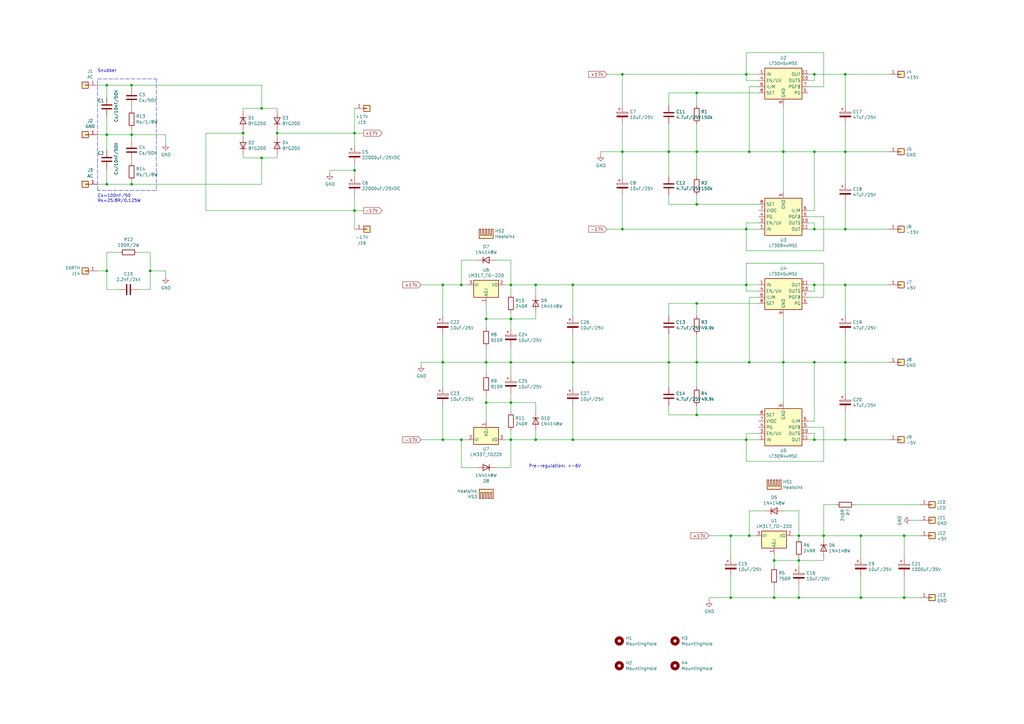
<source format=kicad_sch>
(kicad_sch (version 20250114) (generator "eeschema") (generator_version "9.0")
  (paper "A3")
  (title_block (title "DAC Power Supply Unit") (date "2022-04-20") (rev "V3"))
  (text "Snubber" (at 40.005 29.845 0) (effects (font (size 1.27 1.27)) (justify left bottom)))
  (text "Cs=100nF/50\nRs=25.8R/0.125W" (at 40.005 83.185 0) (effects (font (size 1.27 1.27)) (justify left bottom)))
  (text "Pre-regulation: +-6V" (at 227.584 191.262 0) (effects (font (size 1.27 1.27))))
  (junction (at 43.815 75.565))
  (junction (at 346.71 116.84))
  (junction (at 61.595 111.125))
  (junction (at 181.61 148.59))
  (junction (at 306.07 30.48))
  (junction (at 321.31 148.59))
  (junction (at 285.75 124.46))
  (junction (at 145.415 69.85))
  (junction (at 199.39 148.59))
  (junction (at 334.01 62.23))
  (junction (at 285.75 62.23))
  (junction (at 189.23 180.34))
  (junction (at 334.01 93.98))
  (junction (at 299.72 219.71))
  (junction (at 285.75 148.59))
  (junction (at 307.34 148.59))
  (junction (at 334.01 30.48))
  (junction (at 285.75 38.1))
  (junction (at 145.415 86.36))
  (junction (at 99.695 54.61))
  (junction (at 234.95 180.34))
  (junction (at 209.55 165.1))
  (junction (at 307.34 62.23))
  (junction (at 209.55 180.34))
  (junction (at 53.975 75.565))
  (junction (at 306.07 180.34))
  (junction (at 199.39 130.81))
  (junction (at 255.27 93.98))
  (junction (at 285.75 170.18))
  (junction (at 317.5 245.11))
  (junction (at 274.32 148.59))
  (junction (at 370.84 245.11))
  (junction (at 113.665 54.61))
  (junction (at 306.07 116.84))
  (junction (at 53.975 34.925))
  (junction (at 43.815 55.245))
  (junction (at 181.61 116.84))
  (junction (at 274.32 62.23))
  (junction (at 234.95 148.59))
  (junction (at 199.39 165.1))
  (junction (at 306.07 93.98))
  (junction (at 321.31 62.23))
  (junction (at 255.27 30.48))
  (junction (at 255.27 62.23))
  (junction (at 234.95 116.84))
  (junction (at 219.71 116.84))
  (junction (at 346.71 93.98))
  (junction (at 107.315 64.77))
  (junction (at 219.71 180.34))
  (junction (at 334.01 148.59))
  (junction (at 299.72 245.11))
  (junction (at 43.815 111.125))
  (junction (at 346.71 148.59))
  (junction (at 53.975 55.245))
  (junction (at 145.415 54.61))
  (junction (at 209.55 116.84))
  (junction (at 43.815 34.925))
  (junction (at 209.55 130.81))
  (junction (at 334.01 116.84))
  (junction (at 285.75 83.82))
  (junction (at 346.71 180.34))
  (junction (at 307.34 219.71))
  (junction (at 317.5 229.87))
  (junction (at 327.66 219.71))
  (junction (at 346.71 30.48))
  (junction (at 334.01 180.34))
  (junction (at 107.315 44.45))
  (junction (at 346.71 62.23))
  (junction (at 189.23 116.84))
  (junction (at 181.61 180.34))
  (junction (at 353.06 219.71))
  (junction (at 370.84 219.71))
  (junction (at 209.55 148.59))
  (junction (at 327.66 245.11))
  (junction (at 353.06 245.11))
  (junction (at 327.66 229.87))
  (junction (at 337.82 219.71))
  (wire (pts (xy 209.55 148.59) (xy 234.95 148.59)))
  (wire (pts (xy 199.39 161.29) (xy 199.39 165.1)))
  (wire (pts (xy 107.315 34.925) (xy 53.975 34.925)))
  (wire (pts (xy 189.23 106.68) (xy 189.23 116.84)))
  (wire (pts (xy 172.72 180.34) (xy 181.61 180.34)))
  (wire (pts (xy 248.92 30.48) (xy 255.27 30.48)))
  (wire (pts (xy 327.66 229.87) (xy 327.66 232.41)))
  (wire (pts (xy 337.82 88.9) (xy 337.82 102.87)))
  (wire (pts (xy 346.71 93.98) (xy 364.49 93.98)))
  (wire (pts (xy 327.66 209.55) (xy 321.31 209.55)))
  (wire (pts (xy 307.34 219.71) (xy 309.88 219.71)))
  (wire (pts (xy 199.39 165.1) (xy 209.55 165.1)))
  (wire (pts (xy 306.07 33.02) (xy 306.07 30.48)))
  (wire (pts (xy 285.75 43.18) (xy 285.75 38.1)))
  (wire (pts (xy 334.01 116.84) (xy 331.47 116.84)))
  (wire (pts (xy 285.75 62.23) (xy 307.34 62.23)))
  (wire (pts (xy 325.12 219.71) (xy 327.66 219.71)))
  (wire (pts (xy 246.38 63.5) (xy 246.38 62.23)))
  (wire (pts (xy 317.5 232.41) (xy 317.5 229.87)))
  (wire (pts (xy 334.01 33.02) (xy 334.01 30.48)))
  (wire (pts (xy 313.69 209.55) (xy 307.34 209.55)))
  (wire (pts (xy 353.06 245.11) (xy 370.84 245.11)))
  (wire (pts (xy 307.34 121.92) (xy 307.34 148.59)))
  (wire (pts (xy 113.665 45.72) (xy 113.665 44.45)))
  (polyline (pts (xy 64.135 78.105) (xy 40.005 78.105)) (stroke (width 0) (type dash)))
  (wire (pts (xy 209.55 134.62) (xy 209.55 130.81)))
  (wire (pts (xy 181.61 180.34) (xy 189.23 180.34)))
  (wire (pts (xy 53.975 55.245) (xy 67.945 55.245)))
  (wire (pts (xy 219.71 130.81) (xy 209.55 130.81)))
  (wire (pts (xy 331.47 86.36) (xy 334.01 86.36)))
  (wire (pts (xy 285.75 124.46) (xy 311.15 124.46)))
  (wire (pts (xy 53.975 34.925) (xy 43.815 34.925)))
  (wire (pts (xy 285.75 38.1) (xy 311.15 38.1)))
  (wire (pts (xy 306.07 21.59) (xy 306.07 30.48)))
  (wire (pts (xy 43.815 55.245) (xy 53.975 55.245)))
  (wire (pts (xy 209.55 130.81) (xy 209.55 128.27)))
  (wire (pts (xy 255.27 30.48) (xy 255.27 43.18)))
  (wire (pts (xy 181.61 158.75) (xy 181.61 148.59)))
  (wire (pts (xy 53.975 57.785) (xy 53.975 55.245)))
  (wire (pts (xy 99.695 54.61) (xy 84.455 54.61)))
  (wire (pts (xy 209.55 191.77) (xy 209.55 180.34)))
  (wire (pts (xy 53.975 36.195) (xy 53.975 34.925)))
  (wire (pts (xy 311.15 177.8) (xy 306.07 177.8)))
  (polyline (pts (xy 40.005 78.105) (xy 40.005 32.385)) (stroke (width 0) (type dash)))
  (wire (pts (xy 377.19 213.36) (xy 373.38 213.36)))
  (wire (pts (xy 334.01 93.98) (xy 346.71 93.98)))
  (wire (pts (xy 306.07 119.38) (xy 306.07 116.84)))
  (wire (pts (xy 172.72 116.84) (xy 181.61 116.84)))
  (wire (pts (xy 317.5 245.11) (xy 327.66 245.11)))
  (wire (pts (xy 107.315 34.925) (xy 107.315 44.45)))
  (wire (pts (xy 285.75 38.1) (xy 274.32 38.1)))
  (wire (pts (xy 181.61 166.37) (xy 181.61 180.34)))
  (wire (pts (xy 234.95 116.84) (xy 306.07 116.84)))
  (wire (pts (xy 43.815 34.925) (xy 40.005 34.925)))
  (wire (pts (xy 346.71 82.55) (xy 346.71 93.98)))
  (wire (pts (xy 346.71 168.91) (xy 346.71 180.34)))
  (wire (pts (xy 113.665 54.61) (xy 145.415 54.61)))
  (wire (pts (xy 331.47 180.34) (xy 334.01 180.34)))
  (wire (pts (xy 53.975 55.245) (xy 53.975 52.705)))
  (wire (pts (xy 317.5 245.11) (xy 317.5 240.03)))
  (wire (pts (xy 337.82 219.71) (xy 337.82 220.98)))
  (wire (pts (xy 53.975 75.565) (xy 53.975 74.295)))
  (wire (pts (xy 209.55 180.34) (xy 219.71 180.34)))
  (wire (pts (xy 307.34 209.55) (xy 307.34 219.71)))
  (wire (pts (xy 285.75 148.59) (xy 307.34 148.59)))
  (wire (pts (xy 274.32 158.75) (xy 274.32 148.59)))
  (wire (pts (xy 353.06 228.6) (xy 353.06 219.71)))
  (wire (pts (xy 219.71 116.84) (xy 234.95 116.84)))
  (wire (pts (xy 145.415 80.01) (xy 145.415 86.36)))
  (wire (pts (xy 255.27 30.48) (xy 306.07 30.48)))
  (wire (pts (xy 285.75 129.54) (xy 285.75 124.46)))
  (wire (pts (xy 189.23 180.34) (xy 191.77 180.34)))
  (wire (pts (xy 43.815 103.505) (xy 48.895 103.505)))
  (wire (pts (xy 311.15 121.92) (xy 307.34 121.92)))
  (wire (pts (xy 311.15 30.48) (xy 306.07 30.48)))
  (wire (pts (xy 135.255 71.12) (xy 135.255 69.85)))
  (wire (pts (xy 317.5 229.87) (xy 327.66 229.87)))
  (wire (pts (xy 234.95 148.59) (xy 274.32 148.59)))
  (wire (pts (xy 189.23 116.84) (xy 191.77 116.84)))
  (wire (pts (xy 311.15 119.38) (xy 306.07 119.38)))
  (wire (pts (xy 306.07 102.87) (xy 306.07 93.98)))
  (wire (pts (xy 337.82 121.92) (xy 337.82 107.95)))
  (wire (pts (xy 145.415 59.69) (xy 145.415 54.61)))
  (wire (pts (xy 43.815 61.595) (xy 43.815 55.245)))
  (wire (pts (xy 248.92 93.98) (xy 255.27 93.98)))
  (wire (pts (xy 43.815 69.215) (xy 43.815 75.565)))
  (polyline (pts (xy 64.135 32.385) (xy 64.135 78.105)) (stroke (width 0) (type dash)))
  (wire (pts (xy 299.72 245.11) (xy 299.72 236.22)))
  (wire (pts (xy 209.55 142.24) (xy 209.55 148.59)))
  (wire (pts (xy 285.75 50.8) (xy 285.75 62.23)))
  (wire (pts (xy 84.455 54.61) (xy 84.455 86.36)))
  (wire (pts (xy 299.72 219.71) (xy 307.34 219.71)))
  (wire (pts (xy 334.01 62.23) (xy 346.71 62.23)))
  (wire (pts (xy 337.82 228.6) (xy 337.82 229.87)))
  (wire (pts (xy 43.815 47.625) (xy 43.815 55.245)))
  (wire (pts (xy 337.82 207.01) (xy 342.9 207.01)))
  (wire (pts (xy 306.07 107.95) (xy 306.07 116.84)))
  (wire (pts (xy 327.66 228.6) (xy 327.66 229.87)))
  (wire (pts (xy 43.815 111.125) (xy 43.815 103.505)))
  (wire (pts (xy 331.47 119.38) (xy 334.01 119.38)))
  (wire (pts (xy 255.27 72.39) (xy 255.27 62.23)))
  (wire (pts (xy 307.34 35.56) (xy 307.34 62.23)))
  (wire (pts (xy 255.27 93.98) (xy 306.07 93.98)))
  (wire (pts (xy 207.01 180.34) (xy 209.55 180.34)))
  (wire (pts (xy 145.415 86.36) (xy 145.415 93.98)))
  (wire (pts (xy 334.01 180.34) (xy 346.71 180.34)))
  (wire (pts (xy 40.005 111.125) (xy 43.815 111.125)))
  (wire (pts (xy 285.75 148.59) (xy 274.32 148.59)))
  (wire (pts (xy 255.27 80.01) (xy 255.27 93.98)))
  (wire (pts (xy 199.39 124.46) (xy 199.39 130.81)))
  (wire (pts (xy 99.695 54.61) (xy 99.695 53.34)))
  (wire (pts (xy 219.71 128.27) (xy 219.71 130.81)))
  (wire (pts (xy 306.07 189.23) (xy 306.07 180.34)))
  (wire (pts (xy 321.31 129.54) (xy 321.31 148.59)))
  (wire (pts (xy 370.84 236.22) (xy 370.84 245.11)))
  (wire (pts (xy 285.75 170.18) (xy 311.15 170.18)))
  (wire (pts (xy 274.32 38.1) (xy 274.32 43.18)))
  (wire (pts (xy 113.665 55.88) (xy 113.665 54.61)))
  (wire (pts (xy 346.71 180.34) (xy 364.49 180.34)))
  (wire (pts (xy 107.315 75.565) (xy 53.975 75.565)))
  (wire (pts (xy 67.945 113.665) (xy 67.945 111.125)))
  (wire (pts (xy 274.32 50.8) (xy 274.32 62.23)))
  (wire (pts (xy 377.19 245.11) (xy 370.84 245.11)))
  (wire (pts (xy 317.5 229.87) (xy 317.5 227.33)))
  (wire (pts (xy 285.75 166.37) (xy 285.75 170.18)))
  (wire (pts (xy 331.47 91.44) (xy 334.01 91.44)))
  (wire (pts (xy 61.595 103.505) (xy 56.515 103.505)))
  (wire (pts (xy 274.32 72.39) (xy 274.32 62.23)))
  (wire (pts (xy 285.75 62.23) (xy 274.32 62.23)))
  (wire (pts (xy 207.01 116.84) (xy 209.55 116.84)))
  (wire (pts (xy 337.82 219.71) (xy 337.82 207.01)))
  (wire (pts (xy 172.72 149.86) (xy 172.72 148.59)))
  (wire (pts (xy 337.82 35.56) (xy 337.82 21.59)))
  (wire (pts (xy 145.415 69.85) (xy 145.415 67.31)))
  (wire (pts (xy 195.58 191.77) (xy 189.23 191.77)))
  (wire (pts (xy 199.39 172.72) (xy 199.39 165.1)))
  (wire (pts (xy 307.34 148.59) (xy 321.31 148.59)))
  (wire (pts (xy 321.31 62.23) (xy 334.01 62.23)))
  (wire (pts (xy 364.49 148.59) (xy 346.71 148.59)))
  (wire (pts (xy 113.665 64.77) (xy 113.665 63.5)))
  (wire (pts (xy 306.07 93.98) (xy 311.15 93.98)))
  (wire (pts (xy 274.32 80.01) (xy 274.32 83.82)))
  (wire (pts (xy 353.06 236.22) (xy 353.06 245.11)))
  (wire (pts (xy 107.315 44.45) (xy 99.695 44.45)))
  (wire (pts (xy 346.71 30.48) (xy 334.01 30.48)))
  (wire (pts (xy 274.32 137.16) (xy 274.32 148.59)))
  (wire (pts (xy 219.71 165.1) (xy 219.71 168.91)))
  (wire (pts (xy 337.82 229.87) (xy 327.66 229.87)))
  (wire (pts (xy 331.47 121.92) (xy 337.82 121.92)))
  (wire (pts (xy 337.82 219.71) (xy 353.06 219.71)))
  (wire (pts (xy 290.83 245.11) (xy 299.72 245.11)))
  (wire (pts (xy 255.27 62.23) (xy 255.27 50.8)))
  (wire (pts (xy 56.515 118.745) (xy 61.595 118.745)))
  (wire (pts (xy 327.66 219.71) (xy 327.66 209.55)))
  (wire (pts (xy 195.58 106.68) (xy 189.23 106.68)))
  (wire (pts (xy 331.47 93.98) (xy 334.01 93.98)))
  (wire (pts (xy 337.82 189.23) (xy 306.07 189.23)))
  (wire (pts (xy 350.52 207.01) (xy 377.19 207.01)))
  (wire (pts (xy 346.71 116.84) (xy 346.71 129.54)))
  (wire (pts (xy 364.49 62.23) (xy 346.71 62.23)))
  (wire (pts (xy 285.75 158.75) (xy 285.75 148.59)))
  (wire (pts (xy 334.01 177.8) (xy 334.01 180.34)))
  (wire (pts (xy 113.665 54.61) (xy 113.665 53.34)))
  (wire (pts (xy 327.66 245.11) (xy 327.66 240.03)))
  (wire (pts (xy 327.66 245.11) (xy 353.06 245.11)))
  (wire (pts (xy 181.61 148.59) (xy 199.39 148.59)))
  (wire (pts (xy 321.31 78.74) (xy 321.31 62.23)))
  (wire (pts (xy 290.83 246.38) (xy 290.83 245.11)))
  (wire (pts (xy 331.47 35.56) (xy 337.82 35.56)))
  (wire (pts (xy 199.39 148.59) (xy 209.55 148.59)))
  (wire (pts (xy 290.83 219.71) (xy 299.72 219.71)))
  (wire (pts (xy 246.38 62.23) (xy 255.27 62.23)))
  (wire (pts (xy 346.71 116.84) (xy 334.01 116.84)))
  (wire (pts (xy 53.975 66.675) (xy 53.975 65.405)))
  (wire (pts (xy 346.71 161.29) (xy 346.71 148.59)))
  (wire (pts (xy 274.32 124.46) (xy 274.32 129.54)))
  (wire (pts (xy 346.71 74.93) (xy 346.71 62.23)))
  (wire (pts (xy 331.47 177.8) (xy 334.01 177.8)))
  (wire (pts (xy 337.82 175.26) (xy 337.82 189.23)))
  (wire (pts (xy 346.71 62.23) (xy 346.71 50.8)))
  (wire (pts (xy 99.695 55.88) (xy 99.695 54.61)))
  (wire (pts (xy 209.55 168.91) (xy 209.55 165.1)))
  (wire (pts (xy 285.75 83.82) (xy 274.32 83.82)))
  (wire (pts (xy 53.975 45.085) (xy 53.975 43.815)))
  (wire (pts (xy 203.2 191.77) (xy 209.55 191.77)))
  (wire (pts (xy 299.72 245.11) (xy 317.5 245.11)))
  (wire (pts (xy 285.75 83.82) (xy 311.15 83.82)))
  (wire (pts (xy 255.27 62.23) (xy 274.32 62.23)))
  (wire (pts (xy 61.595 111.125) (xy 61.595 103.505)))
  (wire (pts (xy 306.07 180.34) (xy 311.15 180.34)))
  (wire (pts (xy 285.75 170.18) (xy 274.32 170.18)))
  (wire (pts (xy 40.005 55.245) (xy 43.815 55.245)))
  (wire (pts (xy 334.01 119.38) (xy 334.01 116.84)))
  (wire (pts (xy 209.55 180.34) (xy 209.55 176.53)))
  (wire (pts (xy 149.225 54.61) (xy 145.415 54.61)))
  (wire (pts (xy 321.31 43.18) (xy 321.31 62.23)))
  (wire (pts (xy 181.61 116.84) (xy 181.61 129.54)))
  (wire (pts (xy 181.61 116.84) (xy 189.23 116.84)))
  (wire (pts (xy 285.75 124.46) (xy 274.32 124.46)))
  (wire (pts (xy 346.71 30.48) (xy 346.71 43.18)))
  (wire (pts (xy 274.32 166.37) (xy 274.32 170.18)))
  (wire (pts (xy 199.39 130.81) (xy 199.39 134.62)))
  (wire (pts (xy 149.225 86.36) (xy 145.415 86.36)))
  (wire (pts (xy 209.55 165.1) (xy 209.55 161.29)))
  (wire (pts (xy 337.82 102.87) (xy 306.07 102.87)))
  (wire (pts (xy 234.95 137.16) (xy 234.95 148.59)))
  (wire (pts (xy 84.455 86.36) (xy 145.415 86.36)))
  (wire (pts (xy 234.95 148.59) (xy 234.95 158.75)))
  (wire (pts (xy 370.84 228.6) (xy 370.84 219.71)))
  (wire (pts (xy 327.66 220.98) (xy 327.66 219.71)))
  (wire (pts (xy 145.415 72.39) (xy 145.415 69.85)))
  (wire (pts (xy 209.55 165.1) (xy 219.71 165.1)))
  (wire (pts (xy 209.55 116.84) (xy 219.71 116.84)))
  (wire (pts (xy 209.55 106.68) (xy 203.2 106.68)))
  (wire (pts (xy 107.315 64.77) (xy 107.315 75.565)))
  (wire (pts (xy 209.55 116.84) (xy 209.55 120.65)))
  (wire (pts (xy 107.315 64.77) (xy 113.665 64.77)))
  (wire (pts (xy 321.31 148.59) (xy 334.01 148.59)))
  (wire (pts (xy 209.55 116.84) (xy 209.55 106.68)))
  (wire (pts (xy 346.71 148.59) (xy 346.71 137.16)))
  (wire (pts (xy 353.06 219.71) (xy 370.84 219.71)))
  (wire (pts (xy 285.75 72.39) (xy 285.75 62.23)))
  (wire (pts (xy 135.255 69.85) (xy 145.415 69.85)))
  (wire (pts (xy 219.71 180.34) (xy 234.95 180.34)))
  (wire (pts (xy 199.39 142.24) (xy 199.39 148.59)))
  (wire (pts (xy 306.07 91.44) (xy 306.07 93.98)))
  (wire (pts (xy 331.47 172.72) (xy 334.01 172.72)))
  (wire (pts (xy 219.71 116.84) (xy 219.71 120.65)))
  (wire (pts (xy 311.15 91.44) (xy 306.07 91.44)))
  (wire (pts (xy 364.49 116.84) (xy 346.71 116.84)))
  (wire (pts (xy 99.695 64.77) (xy 107.315 64.77)))
  (wire (pts (xy 43.815 118.745) (xy 43.815 111.125)))
  (wire (pts (xy 209.55 148.59) (xy 209.55 153.67)))
  (wire (pts (xy 234.95 180.34) (xy 306.07 180.34)))
  (wire (pts (xy 219.71 176.53) (xy 219.71 180.34)))
  (wire (pts (xy 334.01 86.36) (xy 334.01 62.23)))
  (wire (pts (xy 334.01 91.44) (xy 334.01 93.98)))
  (wire (pts (xy 234.95 129.54) (xy 234.95 116.84)))
  (wire (pts (xy 199.39 148.59) (xy 199.39 153.67)))
  (wire (pts (xy 189.23 191.77) (xy 189.23 180.34)))
  (wire (pts (xy 172.72 148.59) (xy 181.61 148.59)))
  (wire (pts (xy 337.82 107.95) (xy 306.07 107.95)))
  (wire (pts (xy 67.945 111.125) (xy 61.595 111.125)))
  (wire (pts (xy 311.15 116.84) (xy 306.07 116.84)))
  (wire (pts (xy 99.695 63.5) (xy 99.695 64.77)))
  (wire (pts (xy 48.895 118.745) (xy 43.815 118.745)))
  (wire (pts (xy 337.82 21.59) (xy 306.07 21.59)))
  (wire (pts (xy 334.01 172.72) (xy 334.01 148.59)))
  (wire (pts (xy 285.75 137.16) (xy 285.75 148.59)))
  (wire (pts (xy 311.15 35.56) (xy 307.34 35.56)))
  (wire (pts (xy 299.72 228.6) (xy 299.72 219.71)))
  (wire (pts (xy 311.15 33.02) (xy 306.07 33.02)))
  (wire (pts (xy 234.95 166.37) (xy 234.95 180.34)))
  (wire (pts (xy 307.34 62.23) (xy 321.31 62.23)))
  (wire (pts (xy 334.01 30.48) (xy 331.47 30.48)))
  (wire (pts (xy 43.815 75.565) (xy 53.975 75.565)))
  (wire (pts (xy 334.01 148.59) (xy 346.71 148.59)))
  (wire (pts (xy 331.47 88.9) (xy 337.82 88.9)))
  (wire (pts (xy 43.815 40.005) (xy 43.815 34.925)))
  (wire (pts (xy 113.665 44.45) (xy 107.315 44.45)))
  (wire (pts (xy 181.61 137.16) (xy 181.61 148.59)))
  (wire (pts (xy 327.66 219.71) (xy 337.82 219.71)))
  (wire (pts (xy 209.55 130.81) (xy 199.39 130.81)))
  (wire (pts (xy 61.595 118.745) (xy 61.595 111.125)))
  (wire (pts (xy 306.07 177.8) (xy 306.07 180.34)))
  (wire (pts (xy 99.695 44.45) (xy 99.695 45.72)))
  (wire (pts (xy 364.49 30.48) (xy 346.71 30.48)))
  (wire (pts (xy 331.47 175.26) (xy 337.82 175.26)))
  (wire (pts (xy 145.415 44.45) (xy 145.415 54.61)))
  (wire (pts (xy 40.005 75.565) (xy 43.815 75.565)))
  (polyline (pts (xy 40.005 32.385) (xy 64.135 32.385)) (stroke (width 0) (type dash)))
  (wire (pts (xy 285.75 80.01) (xy 285.75 83.82)))
  (wire (pts (xy 67.945 59.055) (xy 67.945 55.245)))
  (wire (pts (xy 370.84 219.71) (xy 377.19 219.71)))
  (wire (pts (xy 321.31 165.1) (xy 321.31 148.59)))
  (wire (pts (xy 331.47 33.02) (xy 334.01 33.02)))
  (global_label "+17V" (shape input) (at 172.72 116.84 180) (property "Intersheetrefs" "${INTERSHEET_REFS}" (effects (hide yes))))
  (global_label "-17V" (shape input) (at 172.72 180.34 180) (property "Intersheetrefs" "${INTERSHEET_REFS}" (effects (hide yes))))
  (global_label "-17V" (shape output) (at 149.225 86.36 0) (property "Intersheetrefs" "${INTERSHEET_REFS}" (effects (hide yes))))
  (global_label "+17V" (shape input) (at 290.83 219.71 180) (property "Intersheetrefs" "${INTERSHEET_REFS}" (effects (hide yes))))
  (global_label "+17V" (shape output) (at 149.225 54.61 0) (property "Intersheetrefs" "${INTERSHEET_REFS}" (effects (hide yes))))
  (global_label "+17V" (shape input) (at 248.92 30.48 180) (property "Intersheetrefs" "${INTERSHEET_REFS}" (effects (hide yes))))
  (global_label "-17V" (shape input) (at 248.92 93.98 180) (property "Intersheetrefs" "${INTERSHEET_REFS}" (effects (hide yes))))
  (symbol (lib_id "Device:CP") (at 145.415 63.5 0) (unit 1)
    (property "Reference" "C5" (at 148.4122 62.3316 0) (effects (justify left)))
    (property "Value" "22000uF/25VDC" (at 148.4122 64.643 0) (effects (justify left)))
    (property "Footprint" "Capacitor_THT:CP_Radial_D35.0mm_P10.00mm_SnapIn" (effects (hide yes)))
    (property "Datasheet" "https://www.nichicon.co.jp/english/products/pdfs/e-lgy.pdf" (effects (hide yes)))
    (property "manf#" "LGY1E223MELB45" (effects (hide yes)))
  )
  (symbol (lib_id "Regulator_Linear:LM317_TO-220") (at 199.39 116.84 0) (unit 1)
    (property "Reference" "U6" (at 199.39 110.6932 0))
    (property "Value" "LM317_TO-220" (at 199.39 113.0046 0))
    (property "Footprint" "Package_TO_SOT_THT:TO-220-3_Vertical" (effects (hide yes)))
    (property "Datasheet" "http://www.ti.com/lit/ds/symlink/lm317.pdf" (effects (hide yes)))
    (property "manf#" "LM317T" (effects (hide yes)))
  )
  (symbol (lib_id "Device:R") (at 199.39 138.43 0) (unit 1)
    (property "Reference" "R8" (at 201.168 137.2616 0) (effects (justify left)))
    (property "Value" "910R" (at 201.168 139.573 0) (effects (justify left)))
    (property "Footprint" "Resistor_SMD:R_0603_1608Metric_Pad0.98x0.95mm_HandSolder" (effects (hide yes)))
    (property "Datasheet" "https://www.yageo.com/upload/media/product/productsearch/datasheet/rchip/PYu-RT_1-to-0.01_RoHS_L_12.pdf" (effects (hide yes)))
    (property "manf#" "RT0603FRE07910RL" (effects (hide yes)))
  )
  (symbol (lib_id "Device:R") (at 209.55 124.46 0) (unit 1)
    (property "Reference" "R10" (at 211.328 123.2916 0) (effects (justify left)))
    (property "Value" "240R" (at 211.328 125.603 0) (effects (justify left)))
    (property "Footprint" "Resistor_SMD:R_0603_1608Metric_Pad0.98x0.95mm_HandSolder" (effects (hide yes)))
    (property "Datasheet" "https://www.yageo.com/upload/media/product/productsearch/datasheet/rchip/PYu-RT_1-to-0.01_RoHS_L_12.pdf" (effects (hide yes)))
    (property "manf#" "RT0603FRE07240RL" (effects (hide yes)))
  )
  (symbol (lib_id "Diode:1N4007") (at 199.39 106.68 0) (unit 1)
    (property "Reference" "D7" (at 199.39 101.1682 0))
    (property "Value" "1N4148W" (at 199.39 103.4796 0))
    (property "Footprint" "Diode_SMD:D_SOD-123" (effects (hide yes)))
    (property "Datasheet" "https://www.diodes.com/assets/Datasheets/ds30086.pdf" (effects (hide yes)))
    (property "manf#" "1N4148W-7-F" (effects (hide yes)))
  )
  (symbol (lib_id "Diode:1N4007") (at 219.71 124.46 270) (unit 1)
    (property "Reference" "D9" (at 221.742 123.2916 90) (effects (justify left)))
    (property "Value" "1N4148W" (at 221.742 125.603 90) (effects (justify left)))
    (property "Footprint" "Diode_SMD:D_SOD-123" (effects (hide yes)))
    (property "Datasheet" "https://www.diodes.com/assets/Datasheets/ds30086.pdf" (effects (hide yes)))
    (property "manf#" "1N4148W-7-F" (effects (hide yes)))
  )
  (symbol (lib_id "Mechanical:Heatsink") (at 199.39 97.79 0) (unit 1)
    (property "Reference" "HS2" (at 202.9968 94.7166 0) (effects (justify left)))
    (property "Value" "Heatsink" (at 202.9968 97.028 0) (effects (justify left)))
    (property "Footprint" "Heatsink:Heatsink_Fischer_SK104-STC-STIC_35x13mm_2xDrill2.5mm" (effects (hide yes)))
    (property "Datasheet" "https://media.digikey.com/pdf/Data%20Sheets/Wakefield%20Thermal%20PDFs/634%20Heat%20Sinks.pdf" (effects (hide yes)))
    (property "manf#" "637-15ABPE" (effects (hide yes)))
  )
  (symbol (lib_id "Device:CP") (at 181.61 133.35 0) (unit 1)
    (property "Reference" "C22" (at 184.6072 132.1816 0) (effects (justify left)))
    (property "Value" "10uF/25V" (at 184.6072 134.493 0) (effects (justify left)))
    (property "Footprint" "Capacitor_Tantalum_SMD:CP_EIA-3528-21_Kemet-B_Pad1.50x2.35mm_HandSolder" (effects (hide yes)))
    (property "Datasheet" "https://datasheets.avx.com/TCJ.pdf" (effects (hide yes)))
    (property "manf#" "TCJB106M025R0100" (effects (hide yes)))
  )
  (symbol (lib_id "Device:CP") (at 209.55 138.43 0) (unit 1)
    (property "Reference" "C24" (at 212.5472 137.2616 0) (effects (justify left)))
    (property "Value" "10uF/25V" (at 212.5472 139.573 0) (effects (justify left)))
    (property "Footprint" "Capacitor_Tantalum_SMD:CP_EIA-3528-21_Kemet-B_Pad1.50x2.35mm_HandSolder" (effects (hide yes)))
    (property "Datasheet" "https://datasheets.avx.com/TCJ.pdf" (effects (hide yes)))
    (property "manf#" "TCJB106M025R0100" (effects (hide yes)))
  )
  (symbol (lib_id "Device:CP") (at 234.95 133.35 0) (unit 1)
    (property "Reference" "C26" (at 237.9472 132.1816 0) (effects (justify left)))
    (property "Value" "10uF/25V" (at 237.9472 134.493 0) (effects (justify left)))
    (property "Footprint" "Capacitor_Tantalum_SMD:CP_EIA-3528-21_Kemet-B_Pad1.50x2.35mm_HandSolder" (effects (hide yes)))
    (property "Datasheet" "https://datasheets.avx.com/TCJ.pdf" (effects (hide yes)))
    (property "manf#" "TCJB106M025R0100" (effects (hide yes)))
  )
  (symbol (lib_id "power:GND") (at 172.72 149.86 0) (unit 1)
    (property "Reference" "#PWR0105" (effects (hide yes)))
    (property "Value" "GND" (at 172.847 154.2542 0))
  )
  (symbol (lib_id "power:GND") (at 135.255 71.12 0) (unit 1)
    (property "Reference" "#PWR0102" (effects (hide yes)))
    (property "Value" "GND" (at 135.382 75.5142 0))
  )
  (symbol (lib_id "Device:C") (at 52.705 118.745 270) (unit 1)
    (property "Reference" "C10" (at 52.705 112.3442 90))
    (property "Value" "2.2nF/2kV" (at 52.705 114.6556 90))
    (property "Footprint" "Capacitor_THT:C_Rect_L18.0mm_W5.0mm_P15.00mm_FKS3_FKP3" (effects (hide yes)))
    (property "Datasheet" "https://product.tdk.com/info/en/documents/data_sheet/20/20/db/fc_2009/MKP_B32671L_672L.pdf?ref_disty=digikey" (effects (hide yes)))
    (property "manf#" "B32672L8222J000" (effects (hide yes)))
  )
  (symbol (lib_id "Device:R") (at 52.705 103.505 270) (unit 1)
    (property "Reference" "R12" (at 52.705 98.2472 90))
    (property "Value" "100R/2W" (at 52.705 100.5586 90))
    (property "Footprint" "Resistor_THT:R_Axial_DIN0411_L9.9mm_D3.6mm_P15.24mm_Horizontal" (effects (hide yes)))
    (property "Datasheet" "https://www.yageo.com/upload/media/product/products/datasheet/lr/Yageo_LR_FMP_1.pdf" (effects (hide yes)))
    (property "manf#" "FMP200JR-52-100R" (effects (hide yes)))
  )
  (symbol (lib_id "Connector_Generic:Conn_01x01") (at 34.925 111.125 180) (unit 1)
    (property "Reference" "J14" (at 32.893 112.1918 0) (effects (justify left)))
    (property "Value" "EARTH" (at 32.893 109.8804 0) (effects (justify left)))
    (property "Footprint" "Connector_Pin:Pin_D1.3mm_L11.0mm" (effects (hide yes)))
    (property "Datasheet" "https://www.reichelt.com/ch/de/loetnaegel-1-3mm-100-er-pack-rtm-1-3-100-p15319.html?&trstct=pos_0&nbc=1" (effects (hide yes)))
  )
  (symbol (lib_id "Device:CP") (at 299.72 232.41 0) (unit 1)
    (property "Reference" "C15" (at 302.7172 231.2416 0) (effects (justify left)))
    (property "Value" "10uF/25V" (at 302.7172 233.553 0) (effects (justify left)))
    (property "Footprint" "Capacitor_Tantalum_SMD:CP_EIA-3528-21_Kemet-B_Pad1.50x2.35mm_HandSolder" (effects (hide yes)))
    (property "Datasheet" "https://datasheets.avx.com/TCJ.pdf" (effects (hide yes)))
    (property "manf#" "TCJB106M025R0100" (effects (hide yes)))
  )
  (symbol (lib_id "Device:R") (at 285.75 46.99 0) (unit 1)
    (property "Reference" "R1" (at 287.528 45.8216 0) (effects (justify left)))
    (property "Value" "150k" (at 287.528 48.133 0) (effects (justify left)))
    (property "Footprint" "Resistor_SMD:R_0603_1608Metric_Pad0.98x0.95mm_HandSolder" (effects (hide yes)))
    (property "Datasheet" "https://www.yageo.com/upload/media/product/productsearch/datasheet/rchip/PYu-RT_1-to-0.01_RoHS_L_12.pdf" (effects (hide yes)))
    (property "manf#" "RT0603FRE07150KL" (effects (hide yes)))
  )
  (symbol (lib_id "Connector_Generic:Conn_01x01") (at 369.57 62.23 0) (unit 1)
    (property "Reference" "J5" (at 371.602 61.1632 0) (effects (justify left)))
    (property "Value" "GND" (at 371.602 63.4746 0) (effects (justify left)))
    (property "Footprint" "Connector_Pin:Pin_D1.0mm_L10.0mm" (effects (hide yes)))
    (property "Datasheet" "https://www.reichelt.com/ch/de/loetnaegel-1mm-100-er-pack-rtm-1-100-p15321.html?search=RTM+1-10&&r=1" (effects (hide yes)))
  )
  (symbol (lib_id "Connector_Generic:Conn_01x01") (at 369.57 30.48 0) (unit 1)
    (property "Reference" "J4" (at 371.602 29.4132 0) (effects (justify left)))
    (property "Value" "+15V" (at 371.602 31.7246 0) (effects (justify left)))
    (property "Footprint" "Connector_Pin:Pin_D1.0mm_L10.0mm" (effects (hide yes)))
    (property "Datasheet" "https://www.reichelt.com/ch/de/loetnaegel-1mm-100-er-pack-rtm-1-100-p15321.html?search=RTM+1-10&&r=1" (effects (hide yes)))
  )
  (symbol (lib_id "Connector_Generic:Conn_01x01") (at 369.57 93.98 0) (unit 1)
    (property "Reference" "J6" (at 371.602 92.9132 0) (effects (justify left)))
    (property "Value" "-15V" (at 371.602 95.2246 0) (effects (justify left)))
    (property "Footprint" "Connector_Pin:Pin_D1.0mm_L10.0mm" (effects (hide yes)))
    (property "Datasheet" "https://www.reichelt.com/ch/de/loetnaegel-1mm-100-er-pack-rtm-1-100-p15321.html?search=RTM+1-10&&r=1" (effects (hide yes)))
  )
  (symbol (lib_id "Regulator_Linear:LT3045xMSE") (at 321.31 33.02 0) (unit 1)
    (property "Reference" "U2" (at 321.31 23.6982 0))
    (property "Value" "LT3045xMSE" (at 321.31 26.0096 0))
    (property "Footprint" "Package_SO:MSOP-12-1EP_3x4mm_P0.65mm_EP1.65x2.85mm" (effects (hide yes)))
    (property "Datasheet" "https://www.analog.com/media/en/technical-documentation/data-sheets/3045fa.pdf" (effects (hide yes)))
    (property "manf#" "LT3045EMSE#PBF" (effects (hide yes)))
  )
  (symbol (lib_id "Device:R") (at 285.75 76.2 0) (unit 1)
    (property "Reference" "R2" (at 287.528 75.0316 0) (effects (justify left)))
    (property "Value" "150k" (at 287.528 77.343 0) (effects (justify left)))
    (property "Footprint" "Resistor_SMD:R_0603_1608Metric_Pad0.98x0.95mm_HandSolder" (effects (hide yes)))
    (property "Datasheet" "https://www.yageo.com/upload/media/product/productsearch/datasheet/rchip/PYu-RT_1-to-0.01_RoHS_L_12.pdf" (effects (hide yes)))
    (property "manf#" "RT0603FRE07150KL" (effects (hide yes)))
  )
  (symbol (lib_id "Regulator_Linear:LT3094xMSE") (at 321.31 88.9 0) (mirror x) (unit 1)
    (property "Reference" "U3" (at 321.31 98.425 0))
    (property "Value" "LT3094xMSE" (at 321.31 100.7364 0))
    (property "Footprint" "Package_SO:MSOP-12-1EP_3x4mm_P0.65mm_EP1.65x2.85mm" (effects (hide yes)))
    (property "Datasheet" "https://www.analog.com/media/en/technical-documentation/data-sheets/LT3094.pdf" (effects (hide yes)))
    (property "manf#" "LT3094IMSE#PBF" (effects (hide yes)))
  )
  (symbol (lib_id "Device:CP") (at 346.71 46.99 0) (unit 1)
    (property "Reference" "C17" (at 349.7072 45.8216 0) (effects (justify left)))
    (property "Value" "47uF/25V" (at 349.7072 48.133 0) (effects (justify left)))
    (property "Footprint" "Capacitor_Tantalum_SMD:CP_EIA-7343-31_Kemet-D_Pad2.25x2.55mm_HandSolder" (effects (hide yes)))
    (property "Datasheet" "https://content.kemet.com/datasheets/KEM_T2076_T52X-530.pdf" (effects (hide yes)))
    (property "manf#" "T521D476M025ATE065" (effects (hide yes)))
  )
  (symbol (lib_id "Device:CP") (at 346.71 78.74 0) (unit 1)
    (property "Reference" "C18" (at 349.7072 77.5716 0) (effects (justify left)))
    (property "Value" "47uF/25V" (at 349.7072 79.883 0) (effects (justify left)))
    (property "Footprint" "Capacitor_Tantalum_SMD:CP_EIA-7343-31_Kemet-D_Pad2.25x2.55mm_HandSolder" (effects (hide yes)))
    (property "Datasheet" "https://content.kemet.com/datasheets/KEM_T2076_T52X-530.pdf" (effects (hide yes)))
    (property "manf#" "T521D476M025ATE065" (effects (hide yes)))
  )
  (symbol (lib_id "Device:D") (at 99.695 49.53 270) (unit 1)
    (property "Reference" "D1" (at 101.727 48.3616 90) (effects (justify left)))
    (property "Value" "BYG20D" (at 101.727 50.673 90) (effects (justify left)))
    (property "Footprint" "Diode_SMD:D_SMA_Handsoldering" (effects (hide yes)))
    (property "Datasheet" "https://www.vishay.com/docs/88958/byg20d.pdf" (effects (hide yes)))
    (property "manf#" "BYG20D-E3/TR" (effects (hide yes)))
  )
  (symbol (lib_id "Device:D") (at 99.695 59.69 90) (unit 1)
    (property "Reference" "D2" (at 101.727 58.5216 90) (effects (justify right)))
    (property "Value" "BYG20D" (at 101.727 60.833 90) (effects (justify right)))
    (property "Footprint" "Diode_SMD:D_SMA_Handsoldering" (effects (hide yes)))
    (property "Datasheet" "https://www.vishay.com/docs/88958/byg20d.pdf" (effects (hide yes)))
    (property "manf#" "BYG20D-E3/TR" (effects (hide yes)))
  )
  (symbol (lib_id "Device:D") (at 113.665 49.53 90) (unit 1)
    (property "Reference" "D3" (at 115.697 48.3616 90) (effects (justify right)))
    (property "Value" "BYG20D" (at 115.697 50.673 90) (effects (justify right)))
    (property "Footprint" "Diode_SMD:D_SMA_Handsoldering" (effects (hide yes)))
    (property "Datasheet" "https://www.vishay.com/docs/88958/byg20d.pdf" (effects (hide yes)))
    (property "manf#" "BYG20D-E3/TR" (effects (hide yes)))
  )
  (symbol (lib_id "Device:D") (at 113.665 59.69 270) (unit 1)
    (property "Reference" "D4" (at 115.697 58.5216 90) (effects (justify left)))
    (property "Value" "BYG20D" (at 115.697 60.833 90) (effects (justify left)))
    (property "Footprint" "Diode_SMD:D_SMA_Handsoldering" (effects (hide yes)))
    (property "Datasheet" "https://www.vishay.com/docs/88958/byg20d.pdf" (effects (hide yes)))
    (property "manf#" "BYG20D-E3/TR" (effects (hide yes)))
  )
  (symbol (lib_id "Regulator_Linear:LM337_TO220") (at 199.39 180.34 0) (unit 1)
    (property "Reference" "U7" (at 199.39 184.1246 0))
    (property "Value" "LM337_TO220" (at 199.39 186.436 0))
    (property "Footprint" "Package_TO_SOT_THT:TO-220-3_Vertical" (effects (hide yes)))
    (property "Datasheet" "http://www.ti.com/lit/ds/symlink/lm337-n.pdf" (effects (hide yes)))
    (property "manf#" "LM337T/NOPB" (effects (hide yes)))
  )
  (symbol (lib_id "Device:CP") (at 327.66 236.22 0) (unit 1)
    (property "Reference" "C16" (at 330.6572 235.0516 0) (effects (justify left)))
    (property "Value" "10uF/25V" (at 330.6572 237.363 0) (effects (justify left)))
    (property "Footprint" "Capacitor_Tantalum_SMD:CP_EIA-3528-21_Kemet-B_Pad1.50x2.35mm_HandSolder" (effects (hide yes)))
    (property "Datasheet" "https://datasheets.avx.com/TCJ.pdf" (effects (hide yes)))
    (property "manf#" "TCJB106M025R0100" (effects (hide yes)))
  )
  (symbol (lib_id "Mechanical:MountingHole") (at 254 262.89 0) (unit 1)
    (property "Reference" "H1" (at 256.54 261.7216 0) (effects (justify left)))
    (property "Value" "MountingHole" (at 256.54 264.033 0) (effects (justify left)))
    (property "Footprint" "MountingHole:MountingHole_3.2mm_M3" (effects (hide yes)))
  )
  (symbol (lib_id "Mechanical:MountingHole") (at 276.86 262.89 0) (unit 1)
    (property "Reference" "H3" (at 279.4 261.7216 0) (effects (justify left)))
    (property "Value" "MountingHole" (at 279.4 264.033 0) (effects (justify left)))
    (property "Footprint" "MountingHole:MountingHole_3.2mm_M3" (effects (hide yes)))
  )
  (symbol (lib_id "Mechanical:MountingHole") (at 254 273.05 0) (unit 1)
    (property "Reference" "H2" (at 256.54 271.8816 0) (effects (justify left)))
    (property "Value" "MountingHole" (at 256.54 274.193 0) (effects (justify left)))
    (property "Footprint" "MountingHole:MountingHole_3.2mm_M3" (effects (hide yes)))
  )
  (symbol (lib_id "Mechanical:MountingHole") (at 276.86 273.05 0) (unit 1)
    (property "Reference" "H4" (at 279.4 271.8816 0) (effects (justify left)))
    (property "Value" "MountingHole" (at 279.4 274.193 0) (effects (justify left)))
    (property "Footprint" "MountingHole:MountingHole_3.2mm_M3" (effects (hide yes)))
  )
  (symbol (lib_id "Device:CP") (at 370.84 232.41 0) (unit 1)
    (property "Reference" "C21" (at 373.8372 231.2416 0) (effects (justify left)))
    (property "Value" "1000uF/35V" (at 373.8372 233.553 0) (effects (justify left)))
    (property "Footprint" "Capacitor_THT:CP_Radial_D12.5mm_P5.00mm" (effects (hide yes)))
    (property "Datasheet" "http://www.rubycon.co.jp/en/catalog/e_pdfs/aluminum/e_yxf.pdf" (effects (hide yes)))
    (property "manf#" "35YXF1000MEFC12.5X25" (effects (hide yes)))
  )
  (symbol (lib_id "Device:CP") (at 145.415 76.2 0) (unit 1)
    (property "Reference" "C6" (at 148.4122 75.0316 0) (effects (justify left)))
    (property "Value" "22000uF/25VDC" (at 148.4122 77.343 0) (effects (justify left)))
    (property "Footprint" "Capacitor_THT:CP_Radial_D35.0mm_P10.00mm_SnapIn" (effects (hide yes)))
    (property "Datasheet" "https://www.nichicon.co.jp/english/products/pdfs/e-lgy.pdf" (effects (hide yes)))
    (property "manf#" "LGY1E223MELB45" (effects (hide yes)))
  )
  (symbol (lib_id "Regulator_Linear:LM317_TO-220") (at 317.5 219.71 0) (unit 1)
    (property "Reference" "U1" (at 317.5 213.5632 0))
    (property "Value" "LM317_TO-220" (at 317.5 215.8746 0))
    (property "Footprint" "Package_TO_SOT_THT:TO-220-3_Vertical" (effects (hide yes)))
    (property "Datasheet" "http://www.ti.com/lit/ds/symlink/lm317.pdf" (effects (hide yes)))
  )
  (symbol (lib_id "Device:R") (at 317.5 236.22 0) (unit 1)
    (property "Reference" "R5" (at 319.278 235.0516 0) (effects (justify left)))
    (property "Value" "750R" (at 319.278 237.363 0) (effects (justify left)))
    (property "Footprint" "Resistor_SMD:R_0603_1608Metric_Pad0.98x0.95mm_HandSolder" (effects (hide yes)))
    (property "Datasheet" "https://www.seielect.com/catalog/sei-rncp.pdf" (effects (hide yes)))
    (property "manf#" "RNCP0603FTD750R" (effects (hide yes)))
  )
  (symbol (lib_id "Device:R") (at 327.66 224.79 0) (unit 1)
    (property "Reference" "R6" (at 329.438 223.6216 0) (effects (justify left)))
    (property "Value" "249R" (at 329.438 225.933 0) (effects (justify left)))
    (property "Footprint" "Resistor_SMD:R_0603_1608Metric_Pad0.98x0.95mm_HandSolder" (effects (hide yes)))
    (property "Datasheet" "https://www.yageo.com/upload/media/product/productsearch/datasheet/rchip/PYu-RT_1-to-0.01_RoHS_L_12.pdf" (effects (hide yes)))
    (property "manf#" "RT0603FRE07249RL" (effects (hide yes)))
  )
  (symbol (lib_id "Diode:1N4007") (at 317.5 209.55 0) (unit 1)
    (property "Reference" "D5" (at 317.5 204.0382 0))
    (property "Value" "1N4148W" (at 317.5 206.3496 0))
    (property "Footprint" "Diode_SMD:D_SOD-123" (effects (hide yes)))
    (property "Datasheet" "https://www.diodes.com/assets/Datasheets/ds30086.pdf" (effects (hide yes)))
    (property "manf#" "1N4148W-7-F" (effects (hide yes)))
  )
  (symbol (lib_id "Diode:1N4007") (at 337.82 224.79 270) (unit 1)
    (property "Reference" "D6" (at 339.852 223.6216 90) (effects (justify left)))
    (property "Value" "1N4148W" (at 339.852 225.933 90) (effects (justify left)))
    (property "Footprint" "Diode_SMD:D_SOD-123" (effects (hide yes)))
    (property "Datasheet" "https://www.diodes.com/assets/Datasheets/ds30086.pdf" (effects (hide yes)))
    (property "manf#" "1N4148W-7-F" (effects (hide yes)))
  )
  (symbol (lib_id "Connector_Generic:Conn_01x01") (at 382.27 245.11 0) (unit 1)
    (property "Reference" "J13" (at 384.302 244.0432 0) (effects (justify left)))
    (property "Value" "GND" (at 384.302 246.3546 0) (effects (justify left)))
    (property "Footprint" "Connector_Pin:Pin_D1.0mm_L10.0mm" (effects (hide yes)))
    (property "Datasheet" "https://www.reichelt.com/ch/de/loetnaegel-1mm-100-er-pack-rtm-1-100-p15321.html?search=RTM+1-10&&r=1" (effects (hide yes)))
  )
  (symbol (lib_id "Connector_Generic:Conn_01x01") (at 382.27 219.71 0) (unit 1)
    (property "Reference" "J12" (at 384.302 218.6432 0) (effects (justify left)))
    (property "Value" "+5V" (at 384.302 220.9546 0) (effects (justify left)))
    (property "Footprint" "Connector_Pin:Pin_D1.0mm_L10.0mm" (effects (hide yes)))
    (property "Datasheet" "https://www.reichelt.com/ch/de/loetnaegel-1mm-100-er-pack-rtm-1-100-p15321.html?search=RTM+1-10&&r=1" (effects (hide yes)))
  )
  (symbol (lib_id "Mechanical:Heatsink") (at 317.5 200.66 0) (unit 1)
    (property "Reference" "HS1" (at 321.1068 197.5866 0) (effects (justify left)))
    (property "Value" "Heatsink" (at 321.1068 199.898 0) (effects (justify left)))
    (property "Footprint" "Heatsink:Heatsink_Fischer_SK104-STC-STIC_35x13mm_2xDrill2.5mm" (effects (hide yes)))
    (property "Datasheet" "https://media.digikey.com/pdf/Data%20Sheets/Wakefield%20Thermal%20PDFs/634%20Heat%20Sinks.pdf" (effects (hide yes)))
    (property "manf#" "637-15ABPE" (effects (hide yes)))
  )
  (symbol (lib_id "Device:R") (at 285.75 133.35 0) (unit 1)
    (property "Reference" "R3" (at 287.528 132.1816 0) (effects (justify left)))
    (property "Value" "49.9k" (at 287.528 134.493 0) (effects (justify left)))
    (property "Footprint" "Resistor_SMD:R_0603_1608Metric_Pad0.98x0.95mm_HandSolder" (effects (hide yes)))
    (property "Datasheet" "https://www.vishay.com/docs/28705/mcx0x0xpro.pdf" (effects (hide yes)))
    (property "manf#" "MCT06030C4992FP500" (effects (hide yes)))
  )
  (symbol (lib_id "Connector_Generic:Conn_01x01") (at 369.57 148.59 0) (unit 1)
    (property "Reference" "J8" (at 371.602 147.5232 0) (effects (justify left)))
    (property "Value" "GND" (at 371.602 149.8346 0) (effects (justify left)))
    (property "Footprint" "Connector_Pin:Pin_D1.0mm_L10.0mm" (effects (hide yes)))
    (property "Datasheet" "https://www.reichelt.com/ch/de/loetnaegel-1mm-100-er-pack-rtm-1-100-p15321.html?search=RTM+1-10&&r=1" (effects (hide yes)))
  )
  (symbol (lib_id "Connector_Generic:Conn_01x01") (at 369.57 116.84 0) (unit 1)
    (property "Reference" "J7" (at 371.602 115.7732 0) (effects (justify left)))
    (property "Value" "+5V" (at 371.602 118.0846 0) (effects (justify left)))
    (property "Footprint" "Connector_Pin:Pin_D1.0mm_L10.0mm" (effects (hide yes)))
    (property "Datasheet" "https://www.reichelt.com/ch/de/loetnaegel-1mm-100-er-pack-rtm-1-100-p15321.html?search=RTM+1-10&&r=1" (effects (hide yes)))
  )
  (symbol (lib_id "Connector_Generic:Conn_01x01") (at 369.57 180.34 0) (unit 1)
    (property "Reference" "J9" (at 371.602 179.2732 0) (effects (justify left)))
    (property "Value" "-5V" (at 371.602 181.5846 0) (effects (justify left)))
    (property "Footprint" "Connector_Pin:Pin_D1.0mm_L10.0mm" (effects (hide yes)))
    (property "Datasheet" "https://www.reichelt.com/ch/de/loetnaegel-1mm-100-er-pack-rtm-1-100-p15321.html?search=RTM+1-10&&r=1" (effects (hide yes)))
  )
  (symbol (lib_id "Regulator_Linear:LT3045xMSE") (at 321.31 119.38 0) (unit 1)
    (property "Reference" "U4" (at 321.31 110.0582 0))
    (property "Value" "LT3045xMSE" (at 321.31 112.3696 0))
    (property "Footprint" "Package_SO:MSOP-12-1EP_3x4mm_P0.65mm_EP1.65x2.85mm" (effects (hide yes)))
    (property "Datasheet" "https://www.analog.com/media/en/technical-documentation/data-sheets/3045fa.pdf" (effects (hide yes)))
    (property "manf#" "LT3045EMSE#PBF" (effects (hide yes)))
  )
  (symbol (lib_id "Device:R") (at 285.75 162.56 0) (unit 1)
    (property "Reference" "R4" (at 287.528 161.3916 0) (effects (justify left)))
    (property "Value" "49.9k" (at 287.528 163.703 0) (effects (justify left)))
    (property "Footprint" "Resistor_SMD:R_0603_1608Metric_Pad0.98x0.95mm_HandSolder" (effects (hide yes)))
    (property "Datasheet" "https://www.vishay.com/docs/28705/mcx0x0xpro.pdf" (effects (hide yes)))
    (property "manf#" "MCT06030C4992FP500" (effects (hide yes)))
  )
  (symbol (lib_id "Regulator_Linear:LT3094xMSE") (at 321.31 175.26 0) (mirror x) (unit 1)
    (property "Reference" "U5" (at 321.31 184.785 0))
    (property "Value" "LT3094xMSE" (at 321.31 187.0964 0))
    (property "Footprint" "Package_SO:MSOP-12-1EP_3x4mm_P0.65mm_EP1.65x2.85mm" (effects (hide yes)))
    (property "Datasheet" "https://www.analog.com/media/en/technical-documentation/data-sheets/LT3094.pdf" (effects (hide yes)))
    (property "manf#" "LT3094IMSE#PBF" (effects (hide yes)))
  )
  (symbol (lib_id "Device:CP") (at 346.71 133.35 0) (unit 1)
    (property "Reference" "C19" (at 349.7072 132.1816 0) (effects (justify left)))
    (property "Value" "47uF/25V" (at 349.7072 134.493 0) (effects (justify left)))
    (property "Footprint" "Capacitor_Tantalum_SMD:CP_EIA-7343-31_Kemet-D_Pad2.25x2.55mm_HandSolder" (effects (hide yes)))
    (property "Datasheet" "https://content.kemet.com/datasheets/KEM_T2076_T52X-530.pdf" (effects (hide yes)))
    (property "manf#" "T521D476M025ATE065" (effects (hide yes)))
  )
  (symbol (lib_id "Device:CP") (at 346.71 165.1 0) (unit 1)
    (property "Reference" "C20" (at 349.7072 163.9316 0) (effects (justify left)))
    (property "Value" "47uF/25V" (at 349.7072 166.243 0) (effects (justify left)))
    (property "Footprint" "Capacitor_Tantalum_SMD:CP_EIA-7343-31_Kemet-D_Pad2.25x2.55mm_HandSolder" (effects (hide yes)))
    (property "Datasheet" "https://content.kemet.com/datasheets/KEM_T2076_T52X-530.pdf" (effects (hide yes)))
    (property "manf#" "T521D476M025ATE065" (effects (hide yes)))
  )
  (symbol (lib_id "Device:R") (at 346.71 207.01 270) (unit 1)
    (property "Reference" "R7" (at 347.8784 208.788 0) (effects (justify left)))
    (property "Value" "240R" (at 345.567 208.788 0) (effects (justify left)))
    (property "Footprint" "Resistor_SMD:R_0603_1608Metric_Pad0.98x0.95mm_HandSolder" (effects (hide yes)))
    (property "Datasheet" "https://www.yageo.com/upload/media/product/productsearch/datasheet/rchip/PYu-RT_1-to-0.01_RoHS_L_12.pdf" (effects (hide yes)))
    (property "manf#" "RT0603FRE07240RL" (effects (hide yes)))
  )
  (symbol (lib_id "Connector_Generic:Conn_01x01") (at 382.27 207.01 0) (unit 1)
    (property "Reference" "J10" (at 384.302 205.9432 0) (effects (justify left)))
    (property "Value" "LED" (at 384.302 208.2546 0) (effects (justify left)))
    (property "Footprint" "Connector_Pin:Pin_D1.0mm_L10.0mm" (effects (hide yes)))
    (property "Datasheet" "https://www.reichelt.com/ch/de/loetnaegel-1mm-100-er-pack-rtm-1-100-p15321.html?search=RTM+1-10&&r=1" (effects (hide yes)))
  )
  (symbol (lib_id "Connector_Generic:Conn_01x01") (at 382.27 213.36 0) (unit 1)
    (property "Reference" "J11" (at 384.302 212.2932 0) (effects (justify left)))
    (property "Value" "GND" (at 384.302 214.6046 0) (effects (justify left)))
    (property "Footprint" "Connector_Pin:Pin_D1.0mm_L10.0mm" (effects (hide yes)))
    (property "Datasheet" "https://www.reichelt.com/ch/de/loetnaegel-1mm-100-er-pack-rtm-1-100-p15321.html?search=RTM+1-10&&r=1" (effects (hide yes)))
  )
  (symbol (lib_id "power:GND") (at 373.38 213.36 270) (unit 1)
    (property "Reference" "#PWR0103" (effects (hide yes)))
    (property "Value" "GND" (at 368.9858 213.487 0))
  )
  (symbol (lib_id "power:GND") (at 290.83 246.38 0) (unit 1)
    (property "Reference" "#PWR0104" (effects (hide yes)))
    (property "Value" "GND" (at 290.957 250.7742 0))
  )
  (symbol (lib_id "Diode:1N4007") (at 199.39 191.77 180) (unit 1)
    (property "Reference" "D8" (at 199.39 197.2818 0))
    (property "Value" "1N4148W" (at 199.39 194.9704 0))
    (property "Footprint" "Diode_SMD:D_SOD-123" (effects (hide yes)))
    (property "Datasheet" "https://www.diodes.com/assets/Datasheets/ds30086.pdf" (effects (hide yes)))
    (property "manf#" "1N4148W-7-F" (effects (hide yes)))
  )
  (symbol (lib_id "Device:CP") (at 181.61 162.56 0) (unit 1)
    (property "Reference" "C23" (at 184.6072 161.3916 0) (effects (justify left)))
    (property "Value" "10uF/25V" (at 184.6072 163.703 0) (effects (justify left)))
    (property "Footprint" "Capacitor_Tantalum_SMD:CP_EIA-3528-21_Kemet-B_Pad1.50x2.35mm_HandSolder" (effects (hide yes)))
    (property "Datasheet" "https://datasheets.avx.com/TCJ.pdf" (effects (hide yes)))
    (property "manf#" "TCJB106M025R0100" (effects (hide yes)))
  )
  (symbol (lib_id "Diode:1N4007") (at 219.71 172.72 270) (unit 1)
    (property "Reference" "D10" (at 221.742 171.5516 90) (effects (justify left)))
    (property "Value" "1N4148W" (at 221.742 173.863 90) (effects (justify left)))
    (property "Footprint" "Diode_SMD:D_SOD-123" (effects (hide yes)))
    (property "Datasheet" "https://www.diodes.com/assets/Datasheets/ds30086.pdf" (effects (hide yes)))
    (property "manf#" "1N4148W-7-F" (effects (hide yes)))
  )
  (symbol (lib_id "Mechanical:Heatsink") (at 199.39 200.66 180) (unit 1)
    (property "Reference" "HS3" (at 195.7832 203.7334 0) (effects (justify left)))
    (property "Value" "Heatsink" (at 195.7832 201.422 0) (effects (justify left)))
    (property "Footprint" "Heatsink:Heatsink_Fischer_SK104-STC-STIC_35x13mm_2xDrill2.5mm" (effects (hide yes)))
    (property "Datasheet" "https://media.digikey.com/pdf/Data%20Sheets/Wakefield%20Thermal%20PDFs/634%20Heat%20Sinks.pdf" (effects (hide yes)))
    (property "manf#" "637-15ABPE" (effects (hide yes)))
  )
  (symbol (lib_id "Device:R") (at 209.55 172.72 0) (unit 1)
    (property "Reference" "R11" (at 211.328 171.5516 0) (effects (justify left)))
    (property "Value" "240R" (at 211.328 173.863 0) (effects (justify left)))
    (property "Footprint" "Resistor_SMD:R_0603_1608Metric_Pad0.98x0.95mm_HandSolder" (effects (hide yes)))
    (property "Datasheet" "https://www.yageo.com/upload/media/product/productsearch/datasheet/rchip/PYu-RT_1-to-0.01_RoHS_L_12.pdf" (effects (hide yes)))
    (property "manf#" "RT0603FRE07240RL" (effects (hide yes)))
  )
  (symbol (lib_id "Device:R") (at 199.39 157.48 0) (unit 1)
    (property "Reference" "R9" (at 201.168 156.3116 0) (effects (justify left)))
    (property "Value" "910R" (at 201.168 158.623 0) (effects (justify left)))
    (property "Footprint" "Resistor_SMD:R_0603_1608Metric_Pad0.98x0.95mm_HandSolder" (effects (hide yes)))
    (property "Datasheet" "https://www.yageo.com/upload/media/product/productsearch/datasheet/rchip/PYu-RT_1-to-0.01_RoHS_L_12.pdf" (effects (hide yes)))
    (property "manf#" "RT0603FRE07910RL" (effects (hide yes)))
  )
  (symbol (lib_id "Device:CP") (at 209.55 157.48 0) (unit 1)
    (property "Reference" "C25" (at 212.5472 156.3116 0) (effects (justify left)))
    (property "Value" "10uF/25V" (at 212.5472 158.623 0) (effects (justify left)))
    (property "Footprint" "Capacitor_Tantalum_SMD:CP_EIA-3528-21_Kemet-B_Pad1.50x2.35mm_HandSolder" (effects (hide yes)))
    (property "Datasheet" "https://datasheets.avx.com/TCJ.pdf" (effects (hide yes)))
    (property "manf#" "TCJB106M025R0100" (effects (hide yes)))
  )
  (symbol (lib_id "Device:CP") (at 234.95 162.56 0) (unit 1)
    (property "Reference" "C27" (at 237.9472 161.3916 0) (effects (justify left)))
    (property "Value" "10uF/25V" (at 237.9472 163.703 0) (effects (justify left)))
    (property "Footprint" "Capacitor_Tantalum_SMD:CP_EIA-3528-21_Kemet-B_Pad1.50x2.35mm_HandSolder" (effects (hide yes)))
    (property "Datasheet" "https://datasheets.avx.com/TCJ.pdf" (effects (hide yes)))
    (property "manf#" "TCJB106M025R0100" (effects (hide yes)))
  )
  (symbol (lib_id "Device:CP") (at 255.27 46.99 0) (unit 1)
    (property "Reference" "C7" (at 258.2672 45.8216 0) (effects (justify left)))
    (property "Value" "10uF/25V" (at 258.2672 48.133 0) (effects (justify left)))
    (property "Footprint" "Capacitor_Tantalum_SMD:CP_EIA-3528-21_Kemet-B_Pad1.50x2.35mm_HandSolder" (effects (hide yes)))
    (property "Datasheet" "https://datasheets.avx.com/TCJ.pdf" (effects (hide yes)))
    (property "manf#" "TCJB106M025R0100" (effects (hide yes)))
  )
  (symbol (lib_id "Device:CP") (at 255.27 76.2 0) (unit 1)
    (property "Reference" "C8" (at 258.2672 75.0316 0) (effects (justify left)))
    (property "Value" "10uF/25V" (at 258.2672 77.343 0) (effects (justify left)))
    (property "Footprint" "Capacitor_Tantalum_SMD:CP_EIA-3528-21_Kemet-B_Pad1.50x2.35mm_HandSolder" (effects (hide yes)))
    (property "Datasheet" "https://datasheets.avx.com/TCJ.pdf" (effects (hide yes)))
    (property "manf#" "TCJB106M025R0100" (effects (hide yes)))
  )
  (symbol (lib_id "Device:CP") (at 353.06 232.41 0) (unit 1)
    (property "Reference" "C9" (at 356.0572 231.2416 0) (effects (justify left)))
    (property "Value" "10uF/25V" (at 356.0572 233.553 0) (effects (justify left)))
    (property "Footprint" "Capacitor_Tantalum_SMD:CP_EIA-3528-21_Kemet-B_Pad1.50x2.35mm_HandSolder" (effects (hide yes)))
    (property "Datasheet" "https://datasheets.avx.com/TCJ.pdf" (effects (hide yes)))
    (property "manf#" "TCJB106M025R0100" (effects (hide yes)))
  )
  (symbol (lib_id "power:GND") (at 67.945 113.665 0) (unit 1)
    (property "Reference" "#PWR0106" (effects (hide yes)))
    (property "Value" "GND" (at 68.072 118.0592 0))
  )
  (symbol (lib_id "power:GND") (at 246.38 63.5 0) (unit 1)
    (property "Reference" "#PWR0107" (effects (hide yes)))
    (property "Value" "GND" (at 246.507 67.8942 0))
  )
  (symbol (lib_id "Device:C") (at 274.32 46.99 0) (unit 1)
    (property "Reference" "C11" (at 277.241 45.8216 0) (effects (justify left)))
    (property "Value" "4.7uF/25V" (at 277.241 48.133 0) (effects (justify left)))
    (property "Footprint" "Capacitor_SMD:C_1206_3216Metric_Pad1.33x1.80mm_HandSolder" (effects (hide yes)))
    (property "Datasheet" "https://api.kemet.com/component-edge/download/datasheet/C1206C475K3RACTU.pdf" (effects (hide yes)))
    (property "manf#" "C1206C475K3RACTU" (effects (hide yes)))
  )
  (symbol (lib_id "Device:C") (at 274.32 76.2 0) (unit 1)
    (property "Reference" "C12" (at 277.241 75.0316 0) (effects (justify left)))
    (property "Value" "4.7uF/25V" (at 277.241 77.343 0) (effects (justify left)))
    (property "Footprint" "Capacitor_SMD:C_1206_3216Metric_Pad1.33x1.80mm_HandSolder" (effects (hide yes)))
    (property "Datasheet" "https://api.kemet.com/component-edge/download/datasheet/C1206C475K3RACTU.pdf" (effects (hide yes)))
    (property "manf#" "C1206C475K3RACTU" (effects (hide yes)))
  )
  (symbol (lib_id "Device:C") (at 274.32 133.35 0) (unit 1)
    (property "Reference" "C13" (at 277.241 132.1816 0) (effects (justify left)))
    (property "Value" "4.7uF/25V" (at 277.241 134.493 0) (effects (justify left)))
    (property "Footprint" "Capacitor_SMD:C_1206_3216Metric_Pad1.33x1.80mm_HandSolder" (effects (hide yes)))
    (property "Datasheet" "https://api.kemet.com/component-edge/download/datasheet/C1206C475K3RACTU.pdf" (effects (hide yes)))
    (property "manf#" "C1206C475K3RACTU" (effects (hide yes)))
  )
  (symbol (lib_id "Device:C") (at 274.32 162.56 0) (unit 1)
    (property "Reference" "C14" (at 277.241 161.3916 0) (effects (justify left)))
    (property "Value" "4.7uF/25V" (at 277.241 163.703 0) (effects (justify left)))
    (property "Footprint" "Capacitor_SMD:C_1206_3216Metric_Pad1.33x1.80mm_HandSolder" (effects (hide yes)))
    (property "Datasheet" "https://api.kemet.com/component-edge/download/datasheet/C1206C475K3RACTU.pdf" (effects (hide yes)))
    (property "manf#" "C1206C475K3RACTU" (effects (hide yes)))
  )
  (symbol (lib_id "Connector_Generic:Conn_01x01") (at 150.495 44.45 0) (unit 1)
    (property "Reference" "J15" (at 148.4122 50.165 0))
    (property "Value" "+17V" (at 148.4122 47.8536 0))
    (property "Footprint" "Connector_Pin:Pin_D1.3mm_L11.0mm" (effects (hide yes)))
    (property "Datasheet" "https://www.reichelt.com/ch/de/loetnaegel-1-3mm-100-er-pack-rtm-1-3-100-p15319.html?&trstct=pos_0&nbc=1" (effects (hide yes)))
  )
  (symbol (lib_id "Connector_Generic:Conn_01x01") (at 150.495 93.98 0) (unit 1)
    (property "Reference" "J16" (at 148.4122 99.695 0))
    (property "Value" "-17V" (at 148.4122 97.3836 0))
    (property "Footprint" "Connector_Pin:Pin_D1.3mm_L11.0mm" (effects (hide yes)))
    (property "Datasheet" "https://www.reichelt.com/ch/de/loetnaegel-1-3mm-100-er-pack-rtm-1-3-100-p15319.html?&trstct=pos_0&nbc=1" (effects (hide yes)))
  )
  (symbol (lib_id "Connector_Generic:Conn_01x01") (at 34.925 75.565 180) (unit 1)
    (property "Reference" "J3" (at 37.0078 69.85 0))
    (property "Value" "AC" (at 37.0078 72.1614 0))
    (property "Footprint" "Connector_Pin:Pin_D1.3mm_L11.0mm" (effects (hide yes)))
  )
  (symbol (lib_id "Connector_Generic:Conn_01x01") (at 34.925 55.245 180) (unit 1)
    (property "Reference" "J2" (at 37.0078 49.53 0))
    (property "Value" "GND" (at 37.0078 51.8414 0))
    (property "Footprint" "Connector_Pin:Pin_D1.3mm_L11.0mm" (effects (hide yes)))
  )
  (symbol (lib_id "Device:C") (at 43.815 65.405 0) (unit 1)
    (property "Reference" "C2" (at 40.005 62.865 0) (effects (justify left)))
    (property "Value" "Cx/10nF/50V" (at 47.625 71.755 90) (effects (justify left)))
    (property "Footprint" "Capacitor_SMD:C_0805_2012Metric_Pad1.18x1.45mm_HandSolder" (effects (hide yes)))
  )
  (symbol (lib_id "Device:R") (at 53.975 48.895 0) (unit 1)
    (property "Reference" "R13" (at 55.753 47.7266 0) (effects (justify left)))
    (property "Value" "Rs/1/8W" (at 55.753 50.038 0) (effects (justify left)))
    (property "Footprint" "Resistor_SMD:R_0805_2012Metric_Pad1.20x1.40mm_HandSolder" (effects (hide yes)))
  )
  (symbol (lib_id "Device:C") (at 53.975 40.005 0) (unit 1)
    (property "Reference" "C3" (at 56.896 38.8366 0) (effects (justify left)))
    (property "Value" "Cs/50V" (at 56.896 41.148 0) (effects (justify left)))
    (property "Footprint" "Capacitor_SMD:C_0805_2012Metric_Pad1.18x1.45mm_HandSolder" (effects (hide yes)))
  )
  (symbol (lib_id "Connector_Generic:Conn_01x01") (at 34.925 34.925 180) (unit 1)
    (property "Reference" "J1" (at 37.0078 29.21 0))
    (property "Value" "AC" (at 37.0078 31.5214 0))
    (property "Footprint" "Connector_Pin:Pin_D1.3mm_L11.0mm" (effects (hide yes)))
  )
  (symbol (lib_id "Device:R") (at 53.975 70.485 0) (unit 1)
    (property "Reference" "R14" (at 55.753 69.3166 0) (effects (justify left)))
    (property "Value" "Rs/1/8W" (at 55.753 71.628 0) (effects (justify left)))
    (property "Footprint" "Resistor_SMD:R_0805_2012Metric_Pad1.20x1.40mm_HandSolder" (effects (hide yes)))
  )
  (symbol (lib_id "Device:C") (at 53.975 61.595 0) (unit 1)
    (property "Reference" "C4" (at 56.896 60.4266 0) (effects (justify left)))
    (property "Value" "Cs/50V" (at 56.896 62.738 0) (effects (justify left)))
    (property "Footprint" "Capacitor_SMD:C_0805_2012Metric_Pad1.18x1.45mm_HandSolder" (effects (hide yes)))
  )
  (symbol (lib_id "power:GND") (at 67.945 59.055 0) (unit 1)
    (property "Reference" "#PWR0101" (effects (hide yes)))
    (property "Value" "GND" (at 68.072 63.4492 0))
  )
  (symbol (lib_id "Device:C") (at 43.815 43.815 0) (unit 1)
    (property "Reference" "C1" (at 40.005 41.275 0) (effects (justify left)))
    (property "Value" "Cx/10nF/50V" (at 47.625 50.165 90) (effects (justify left)))
    (property "Footprint" "Capacitor_SMD:C_0805_2012Metric_Pad1.18x1.45mm_HandSolder" (effects (hide yes)))
  )
)
</source>
